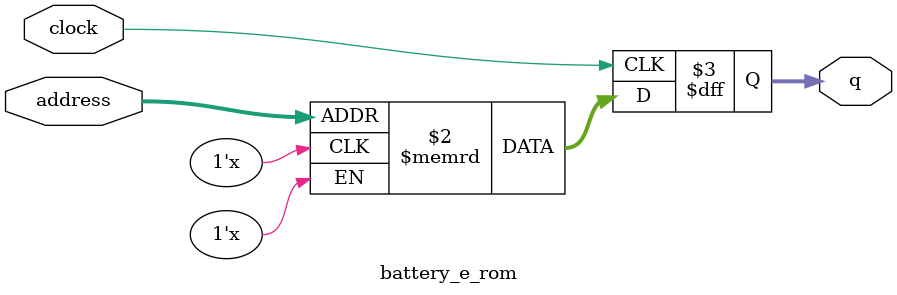
<source format=sv>
module battery_e_rom (
	input logic clock,
	input logic [10:0] address,
	output logic [3:0] q
);

logic [3:0] memory [0:1363] /* synthesis ram_init_file = "./battery_e/battery_e.mif" */;

always_ff @ (posedge clock) begin
	q <= memory[address];
end

endmodule

</source>
